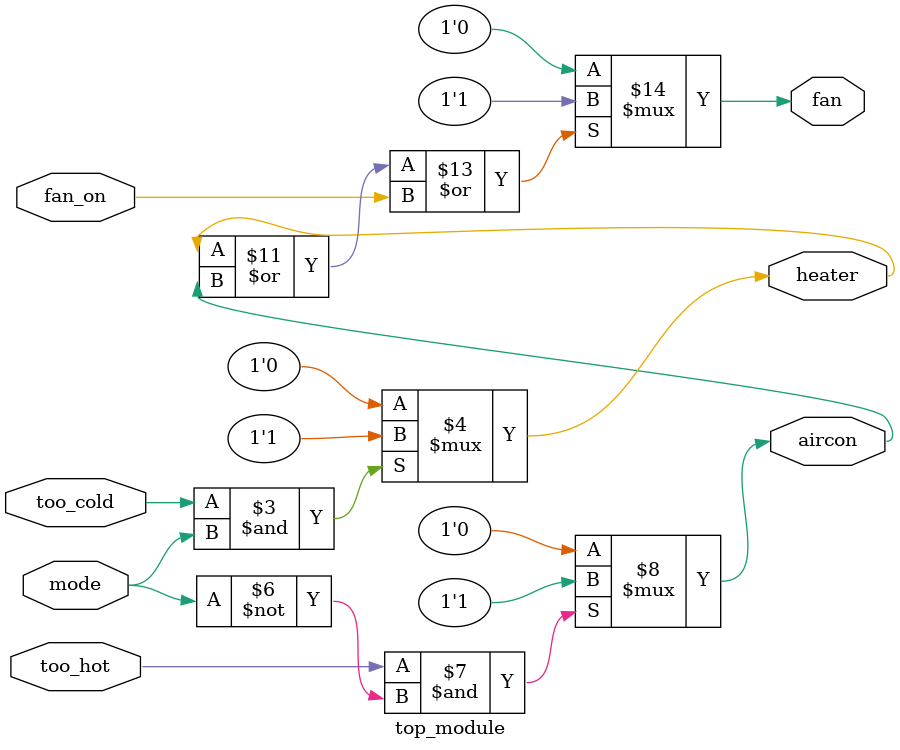
<source format=v>

module top_module (
    input too_cold,
    input too_hot,
    input mode,
    input fan_on,
    output heater,
    output aircon,
    output fan
); 
    
    assign heater = ((too_cold==1)&(mode==1)) ? 1'b1:
        1'b0;
    assign aircon = ((too_hot==1)&(mode==0)) ? 1'b1:
        1'b0;
    assign fan = ((heater==1)|(aircon==1)|(fan_on==1))?1'b1:
        1'b0;
endmodule
</source>
